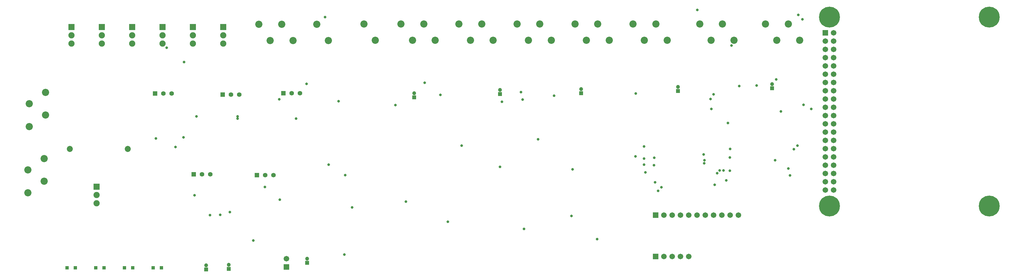
<source format=gbr>
G04 EAGLE Gerber RS-274X export*
G75*
%MOMM*%
%FSLAX34Y34*%
%LPD*%
%INSoldermask Bottom*%
%IPPOS*%
%AMOC8*
5,1,8,0,0,1.08239X$1,22.5*%
G01*
%ADD10C,6.403200*%
%ADD11C,1.703200*%
%ADD12R,1.703200X1.703200*%
%ADD13R,1.403200X1.403200*%
%ADD14C,1.403200*%
%ADD15C,2.203200*%
%ADD16R,1.903200X1.903200*%
%ADD17C,1.903200*%
%ADD18R,1.016000X1.016000*%
%ADD19R,1.203200X1.203200*%
%ADD20C,1.203200*%
%ADD21C,1.853200*%
%ADD22C,0.803200*%


D10*
X2522474Y811462D03*
X2522474Y231462D03*
X3012474Y231462D03*
X3012474Y811462D03*
D11*
X2535174Y762762D03*
D12*
X2509774Y762762D03*
D11*
X2535174Y737362D03*
X2509774Y737362D03*
X2535174Y711962D03*
X2509774Y711962D03*
X2535174Y686562D03*
X2509774Y686562D03*
X2535174Y661162D03*
X2509774Y661162D03*
X2535174Y635762D03*
X2509774Y635762D03*
X2535174Y610362D03*
X2509774Y610362D03*
X2535174Y584962D03*
X2509774Y584962D03*
X2535174Y559562D03*
X2509774Y559562D03*
X2535174Y534162D03*
X2509774Y534162D03*
X2535174Y508762D03*
X2509774Y508762D03*
X2535174Y483362D03*
X2509774Y483362D03*
X2535174Y457962D03*
X2509774Y457962D03*
X2535174Y432562D03*
X2509774Y432562D03*
X2535174Y407162D03*
X2509774Y407162D03*
X2535174Y381762D03*
X2509774Y381762D03*
X2535174Y356362D03*
X2509774Y356362D03*
X2535174Y330962D03*
X2509774Y330962D03*
X2535174Y305562D03*
X2509774Y305562D03*
X2535174Y280162D03*
X2509774Y280162D03*
D12*
X1988820Y76200D03*
D11*
X2014220Y76200D03*
X2039620Y76200D03*
X2065020Y76200D03*
X2090420Y76200D03*
D12*
X1988820Y203200D03*
D11*
X2014220Y203200D03*
X2039620Y203200D03*
X2065020Y203200D03*
X2090420Y203200D03*
X2115820Y203200D03*
X2141220Y203200D03*
X2166620Y203200D03*
X2192020Y203200D03*
X2217420Y203200D03*
X2242820Y203200D03*
D13*
X765810Y325920D03*
D14*
X791210Y325920D03*
X816610Y325920D03*
D13*
X571500Y328930D03*
D14*
X596900Y328930D03*
X622300Y328930D03*
D13*
X847090Y577850D03*
D14*
X872490Y577850D03*
X897890Y577850D03*
D13*
X660400Y573240D03*
D14*
X685800Y573240D03*
X711200Y573240D03*
D15*
X63030Y272340D03*
X113030Y307340D03*
X63030Y342340D03*
X113030Y377340D03*
X771450Y789140D03*
X806450Y739140D03*
X841450Y789140D03*
X876450Y739140D03*
X66840Y475540D03*
X116840Y510540D03*
X66840Y545540D03*
X116840Y580540D03*
D16*
X273860Y290830D03*
D17*
X273860Y265430D03*
X273860Y240030D03*
D15*
X1919380Y790410D03*
X1954380Y740410D03*
X1989380Y790410D03*
X2024380Y740410D03*
D13*
X453390Y576580D03*
D14*
X478790Y576580D03*
X504190Y576580D03*
D15*
X949410Y789140D03*
X984410Y739140D03*
D16*
X662480Y781050D03*
D17*
X662480Y755650D03*
X662480Y730250D03*
D16*
X569262Y781050D03*
D17*
X569262Y755650D03*
X569262Y730250D03*
D16*
X476044Y781050D03*
D17*
X476044Y755650D03*
X476044Y730250D03*
D16*
X382826Y781050D03*
D17*
X382826Y755650D03*
X382826Y730250D03*
D16*
X289608Y781050D03*
D17*
X289608Y755650D03*
X289608Y730250D03*
D16*
X196390Y781050D03*
D17*
X196390Y755650D03*
X196390Y730250D03*
D15*
X1741420Y790410D03*
X1776420Y740410D03*
X1811420Y790410D03*
X1846420Y740410D03*
X1563460Y790410D03*
X1598460Y740410D03*
X1633460Y790410D03*
X1668460Y740410D03*
D12*
X855980Y44450D03*
D11*
X855980Y69850D03*
D18*
X182880Y41910D03*
X208280Y41910D03*
X447040Y41910D03*
X472440Y41910D03*
X358987Y41910D03*
X384387Y41910D03*
X270933Y41910D03*
X296333Y41910D03*
D19*
X2345900Y592729D03*
D20*
X2345900Y605429D03*
D19*
X2057810Y584449D03*
D20*
X2057810Y597149D03*
D19*
X1759880Y577850D03*
D20*
X1759880Y590550D03*
D19*
X1510960Y575310D03*
D20*
X1510960Y588010D03*
D19*
X1248410Y565150D03*
D20*
X1248410Y577850D03*
D19*
X919140Y57150D03*
D20*
X919140Y69850D03*
D19*
X679450Y38100D03*
D20*
X679450Y50800D03*
D15*
X1385500Y790410D03*
X1420500Y740410D03*
X1455500Y790410D03*
X1490500Y740410D03*
X1207540Y790410D03*
X1242540Y740410D03*
X1277540Y790410D03*
X1312540Y740410D03*
X1094030Y790410D03*
X1129030Y740410D03*
D19*
X609600Y36830D03*
D20*
X609600Y49530D03*
D21*
X191770Y406400D03*
X369570Y406400D03*
D15*
X2325930Y790410D03*
X2360930Y740410D03*
X2395930Y790410D03*
X2430930Y740410D03*
X2124000Y790410D03*
X2159000Y740410D03*
X2194000Y790410D03*
X2229000Y740410D03*
D22*
X1677416Y569890D03*
X1927606Y576580D03*
X1328334Y572430D03*
X1190672Y541100D03*
X2170430Y296418D03*
X2216912Y380492D03*
X2221992Y723900D03*
X2217166Y406842D03*
X2395930Y346265D03*
X2413254Y405892D03*
X706120Y506476D03*
X580136Y506476D03*
X754380Y125730D03*
X885952Y500126D03*
X706120Y500126D03*
X2116582Y833120D03*
X652780Y204216D03*
X573734Y264736D03*
X2157730Y560324D03*
X2245614Y599440D03*
X540182Y442506D03*
X621538Y203200D03*
X682752Y212852D03*
X2355850Y372110D03*
X1953111Y376682D03*
X2138426Y372110D03*
X2138172Y362760D03*
X1953006Y358775D03*
X1628480Y436286D03*
X1983740Y356870D03*
X1575562Y581406D03*
X985860Y358140D03*
X2205482Y310134D03*
X1584960Y161036D03*
X2184908Y340868D03*
X1511300Y351790D03*
X1580594Y558244D03*
X1036066Y326390D03*
X2439162Y804672D03*
X2426208Y817880D03*
X1057910Y226822D03*
X1351280Y183134D03*
X1517396Y551434D03*
X2216404Y340060D03*
X1015746Y553466D03*
X2006854Y288798D03*
X1393530Y416982D03*
X1222756Y244856D03*
X1996440Y277622D03*
X2358898Y620014D03*
X2166874Y574040D03*
X2298954Y601726D03*
X2442972Y542290D03*
X789940Y289814D03*
X835406Y250952D03*
X1279906Y609600D03*
X515620Y412496D03*
X455168Y438658D03*
X918210Y606806D03*
X974598Y811530D03*
X2135886Y389890D03*
X2373630Y521462D03*
X1953260Y414274D03*
X2466086Y529590D03*
X2160016Y529590D03*
X542290Y673354D03*
X1734058Y343916D03*
X2178050Y332232D03*
X488442Y717042D03*
X2423668Y417068D03*
X2401570Y325120D03*
X1926844Y383492D03*
X1957324Y334772D03*
X1987550Y304038D03*
X2197100Y340868D03*
X1730502Y200914D03*
X2210308Y486664D03*
X1984248Y379476D03*
X834390Y559308D03*
X1809394Y130150D03*
X1033780Y82550D03*
M02*

</source>
